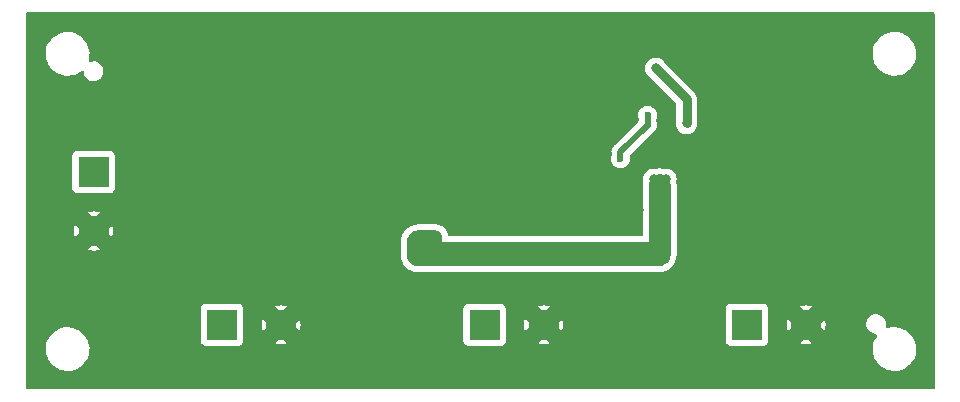
<source format=gbl>
G04 #@! TF.GenerationSoftware,KiCad,Pcbnew,7.0.8*
G04 #@! TF.CreationDate,2023-10-23T09:59:53+02:00*
G04 #@! TF.ProjectId,dual-psu,6475616c-2d70-4737-952e-6b696361645f,rev?*
G04 #@! TF.SameCoordinates,Original*
G04 #@! TF.FileFunction,Copper,L4,Bot*
G04 #@! TF.FilePolarity,Positive*
%FSLAX46Y46*%
G04 Gerber Fmt 4.6, Leading zero omitted, Abs format (unit mm)*
G04 Created by KiCad (PCBNEW 7.0.8) date 2023-10-23 09:59:53*
%MOMM*%
%LPD*%
G01*
G04 APERTURE LIST*
G04 #@! TA.AperFunction,SMDPad,CuDef*
%ADD10R,2.950000X4.500000*%
G04 #@! TD*
G04 #@! TA.AperFunction,ComponentPad*
%ADD11R,2.600000X2.600000*%
G04 #@! TD*
G04 #@! TA.AperFunction,ComponentPad*
%ADD12C,2.600000*%
G04 #@! TD*
G04 #@! TA.AperFunction,ViaPad*
%ADD13C,0.600000*%
G04 #@! TD*
G04 #@! TA.AperFunction,ViaPad*
%ADD14C,0.800000*%
G04 #@! TD*
G04 #@! TA.AperFunction,ViaPad*
%ADD15C,1.000000*%
G04 #@! TD*
G04 #@! TA.AperFunction,Conductor*
%ADD16C,0.750000*%
G04 #@! TD*
G04 #@! TA.AperFunction,Conductor*
%ADD17C,0.500000*%
G04 #@! TD*
G04 APERTURE END LIST*
D10*
X47583600Y-20131400D03*
D11*
X24765000Y-28556000D03*
D12*
X24765000Y-33556000D03*
D11*
X80090000Y-41506000D03*
D12*
X85090000Y-41506000D03*
D11*
X35640000Y-41506000D03*
D12*
X40640000Y-41506000D03*
D11*
X57865000Y-41506000D03*
D12*
X62865000Y-41506000D03*
D13*
X67765000Y-24206000D03*
X67765000Y-23356000D03*
X68615000Y-23356000D03*
X69465000Y-23356000D03*
X69465000Y-24206000D03*
X69465000Y-25056000D03*
X68615000Y-25056000D03*
X67765000Y-25056000D03*
D14*
X56715000Y-25506000D03*
X56890000Y-24206000D03*
X60190000Y-22956000D03*
X63640000Y-21781000D03*
X62590000Y-19356000D03*
X66590000Y-17331000D03*
X78815000Y-27356000D03*
X80790000Y-27881000D03*
X80940000Y-25156000D03*
X80940000Y-24256000D03*
X77515000Y-24256000D03*
X77515000Y-25156000D03*
X68715000Y-32906000D03*
X68815000Y-31756000D03*
X52340000Y-43181000D03*
X72590000Y-43381000D03*
X30090000Y-43331000D03*
X29765000Y-16256000D03*
X32265000Y-16256000D03*
X34765000Y-16256000D03*
X37265000Y-16256000D03*
X59765000Y-16256000D03*
X62265000Y-16256000D03*
X64765000Y-16256000D03*
X67265000Y-16256000D03*
X69765000Y-16256000D03*
X72265000Y-16256000D03*
X74765000Y-16256000D03*
X77265000Y-16256000D03*
X79765000Y-16256000D03*
X82265000Y-16256000D03*
X84765000Y-16256000D03*
X87265000Y-16256000D03*
X89765000Y-16256000D03*
X24765000Y-16256000D03*
X20265000Y-26756000D03*
X20265000Y-41756000D03*
X20265000Y-39256000D03*
X20265000Y-36756000D03*
X20265000Y-34256000D03*
X20265000Y-29256000D03*
X20265000Y-24256000D03*
X20265000Y-21756000D03*
X32265000Y-45756000D03*
X34765000Y-45756000D03*
X52265000Y-45756000D03*
X72265000Y-45756000D03*
X82265000Y-45756000D03*
X39765000Y-45756000D03*
X42265000Y-45756000D03*
X64765000Y-45756000D03*
X59765000Y-45756000D03*
X47265000Y-45756000D03*
X49765000Y-45756000D03*
X54765000Y-45756000D03*
X67265000Y-45756000D03*
X27265000Y-45756000D03*
X74765000Y-45756000D03*
X37265000Y-45756000D03*
X44765000Y-45756000D03*
X69765000Y-45756000D03*
X57265000Y-45756000D03*
X87265000Y-45756000D03*
X62265000Y-45756000D03*
X79765000Y-45756000D03*
X84765000Y-45756000D03*
X89765000Y-45756000D03*
X77265000Y-45756000D03*
X29765000Y-45756000D03*
X94765000Y-21756000D03*
X94765000Y-31756000D03*
X94765000Y-24256000D03*
X94765000Y-29256000D03*
X94765000Y-34256000D03*
X94765000Y-26756000D03*
X94765000Y-39256000D03*
X94765000Y-36756000D03*
X94765000Y-41756000D03*
X66915000Y-28706000D03*
X68015000Y-28706000D03*
X66915000Y-29756000D03*
X68015000Y-29756000D03*
X66915000Y-30806000D03*
X68015000Y-30806000D03*
X29765000Y-19256000D03*
X29765000Y-21756000D03*
X29765000Y-24256000D03*
X27265000Y-24256000D03*
X24765000Y-24256000D03*
X27265000Y-21756000D03*
X27265000Y-19256000D03*
X24765000Y-21756000D03*
X24765000Y-36756000D03*
X24765000Y-39256000D03*
X32265000Y-31756000D03*
X57265000Y-19256000D03*
X59765000Y-19256000D03*
X59765000Y-21756000D03*
X57265000Y-21756000D03*
X84765000Y-19256000D03*
X87265000Y-19256000D03*
X82265000Y-26756000D03*
X92265000Y-34256000D03*
X87265000Y-34256000D03*
X84765000Y-34256000D03*
X84765000Y-36756000D03*
X89765000Y-34256000D03*
X89765000Y-36756000D03*
X87265000Y-36756000D03*
X92265000Y-36756000D03*
X92265000Y-39256000D03*
X89765000Y-39256000D03*
X69765000Y-41756000D03*
X32265000Y-36756000D03*
X89765000Y-19256000D03*
X84765000Y-26756000D03*
X92265000Y-26756000D03*
X84765000Y-29256000D03*
X87265000Y-21756000D03*
X89765000Y-21756000D03*
X92265000Y-21756000D03*
X92265000Y-31756000D03*
X39765000Y-16256000D03*
X57265000Y-16256000D03*
X54765000Y-16256000D03*
X43815000Y-19506000D03*
X41465000Y-19806000D03*
X41465000Y-17706000D03*
X42765000Y-18756000D03*
X46565000Y-18306000D03*
X48665000Y-18306000D03*
X46565000Y-19506000D03*
X48665000Y-19506000D03*
X48665000Y-20806000D03*
X46565000Y-20806000D03*
X46565000Y-22056000D03*
X48665000Y-22056000D03*
X48865000Y-16606000D03*
X50015000Y-16606000D03*
X38315000Y-28306000D03*
X35815000Y-28306000D03*
X37065000Y-26106000D03*
X37065000Y-30506000D03*
X36165000Y-24356000D03*
X37965000Y-24356000D03*
X37065000Y-22456000D03*
X56715000Y-26706000D03*
X70915000Y-31756000D03*
X46415000Y-44056000D03*
X48115000Y-44056000D03*
X67265000Y-39256000D03*
X69765000Y-43706000D03*
X69765000Y-39256000D03*
X60815000Y-39256000D03*
X64915000Y-39256000D03*
X76265000Y-39256000D03*
X77665000Y-36106000D03*
X77665000Y-34256000D03*
X22465000Y-24256000D03*
X22465000Y-21756000D03*
X22465000Y-36756000D03*
X22465000Y-39256000D03*
X24765000Y-41756000D03*
X77665000Y-30906000D03*
X35865000Y-21556000D03*
X33515000Y-20756000D03*
X82823000Y-21862000D03*
X82315000Y-31768000D03*
X82315000Y-29228000D03*
X84855000Y-21862000D03*
X92221000Y-29228000D03*
X82315000Y-18560000D03*
X89935000Y-29228000D03*
X27265000Y-16256000D03*
X87395000Y-24148000D03*
X89935000Y-31768000D03*
X89935000Y-26688000D03*
X84855000Y-24148000D03*
X87395000Y-31768000D03*
X82823000Y-24148000D03*
D13*
X68615000Y-24206000D03*
D14*
X92221000Y-24148000D03*
X89935000Y-24148000D03*
X87395000Y-26688000D03*
X82315000Y-34308000D03*
X87395000Y-29228000D03*
X84855000Y-31768000D03*
X24765000Y-45756000D03*
X74965000Y-24456000D03*
X72365000Y-19793500D03*
D15*
X52015000Y-34256000D03*
D14*
X73215000Y-30206000D03*
X72190000Y-30206000D03*
D15*
X53515000Y-34256000D03*
D14*
X72190000Y-29181000D03*
D15*
X52015000Y-35756000D03*
D14*
X73215000Y-29181000D03*
D15*
X53515000Y-35756000D03*
D13*
X71665000Y-24556000D03*
X71665000Y-23756000D03*
X69365000Y-27456000D03*
D16*
X74965000Y-22393500D02*
X72365000Y-19793500D01*
X74965000Y-24456000D02*
X74965000Y-22393500D01*
D17*
X69365000Y-27456000D02*
X69365000Y-26856000D01*
X71665000Y-24556000D02*
X71665000Y-23756000D01*
X69365000Y-26856000D02*
X71665000Y-24556000D01*
G04 #@! TA.AperFunction,Conductor*
G36*
X72858109Y-28772557D02*
G01*
X72882326Y-28777373D01*
X73032106Y-28822808D01*
X73054925Y-28832261D01*
X73192958Y-28906041D01*
X73213490Y-28919759D01*
X73334482Y-29019054D01*
X73351945Y-29036517D01*
X73451238Y-29157507D01*
X73464958Y-29178041D01*
X73538738Y-29316074D01*
X73548191Y-29338894D01*
X73593624Y-29488667D01*
X73598442Y-29512892D01*
X73614696Y-29677915D01*
X73615000Y-29684094D01*
X73615000Y-35552905D01*
X73614696Y-35559084D01*
X73597001Y-35738738D01*
X73592183Y-35762962D01*
X73542482Y-35926808D01*
X73533029Y-35949629D01*
X73452318Y-36100627D01*
X73438595Y-36121165D01*
X73329979Y-36253514D01*
X73312514Y-36270979D01*
X73180165Y-36379595D01*
X73159627Y-36393318D01*
X73008629Y-36474029D01*
X72985808Y-36483482D01*
X72821962Y-36533183D01*
X72797738Y-36538001D01*
X72618085Y-36555696D01*
X72611906Y-36556000D01*
X52268094Y-36556000D01*
X52261915Y-36555696D01*
X52082261Y-36538001D01*
X52058037Y-36533183D01*
X51894191Y-36483482D01*
X51871372Y-36474030D01*
X51823011Y-36448180D01*
X51720372Y-36393318D01*
X51699834Y-36379595D01*
X51567485Y-36270979D01*
X51550020Y-36253514D01*
X51441404Y-36121165D01*
X51427681Y-36100627D01*
X51414064Y-36075153D01*
X51346967Y-35949622D01*
X51337520Y-35926815D01*
X51287815Y-35762959D01*
X51282998Y-35738737D01*
X51265304Y-35559084D01*
X51265000Y-35552905D01*
X51265000Y-34509094D01*
X51265304Y-34502915D01*
X51282998Y-34323262D01*
X51287814Y-34299042D01*
X51337521Y-34135181D01*
X51346965Y-34112380D01*
X51427682Y-33961369D01*
X51441398Y-33940842D01*
X51550025Y-33808479D01*
X51567479Y-33791025D01*
X51699842Y-33682398D01*
X51720369Y-33668682D01*
X51871380Y-33587965D01*
X51894181Y-33578521D01*
X52058042Y-33528814D01*
X52082257Y-33523998D01*
X52214385Y-33510985D01*
X52261915Y-33506304D01*
X52268094Y-33506000D01*
X53760867Y-33506000D01*
X53769090Y-33506538D01*
X53877964Y-33520871D01*
X53909731Y-33529383D01*
X53999675Y-33566639D01*
X54028160Y-33583085D01*
X54105393Y-33642349D01*
X54128650Y-33665606D01*
X54187914Y-33742839D01*
X54204361Y-33771326D01*
X54241615Y-33861265D01*
X54250128Y-33893037D01*
X54265000Y-34006000D01*
X54265000Y-34506000D01*
X70764991Y-34506000D01*
X70765000Y-34506000D01*
X71765000Y-34506000D01*
X71765000Y-32074005D01*
X71771167Y-32035068D01*
X71800674Y-31944255D01*
X71820460Y-31756000D01*
X71800674Y-31567744D01*
X71771167Y-31476930D01*
X71765000Y-31437994D01*
X71765000Y-29684094D01*
X71765304Y-29677915D01*
X71781557Y-29512893D01*
X71781558Y-29512892D01*
X71781557Y-29512888D01*
X71786373Y-29488675D01*
X71831809Y-29338889D01*
X71841261Y-29316074D01*
X71858833Y-29283197D01*
X71915044Y-29178035D01*
X71928756Y-29157513D01*
X72028059Y-29036511D01*
X72045511Y-29019059D01*
X72166513Y-28919756D01*
X72187035Y-28906044D01*
X72325074Y-28832261D01*
X72347889Y-28822809D01*
X72497675Y-28777373D01*
X72521888Y-28772557D01*
X72677654Y-28757216D01*
X72702346Y-28757216D01*
X72858109Y-28772557D01*
G37*
G04 #@! TD.AperFunction*
G04 #@! TA.AperFunction,Conductor*
G36*
X95900000Y-15045462D02*
G01*
X95954538Y-15100000D01*
X95974500Y-15174500D01*
X95974500Y-46825500D01*
X95954538Y-46900000D01*
X95900000Y-46954538D01*
X95825500Y-46974500D01*
X19174500Y-46974500D01*
X19100000Y-46954538D01*
X19045462Y-46900000D01*
X19025500Y-46825500D01*
X19025500Y-43623773D01*
X20710788Y-43623773D01*
X20740412Y-43893005D01*
X20740414Y-43893018D01*
X20808928Y-44155088D01*
X20862722Y-44281675D01*
X20914870Y-44404390D01*
X20914875Y-44404399D01*
X21055981Y-44635610D01*
X21055984Y-44635614D01*
X21229247Y-44843812D01*
X21229259Y-44843824D01*
X21430990Y-45024575D01*
X21430999Y-45024583D01*
X21543954Y-45099313D01*
X21656910Y-45174044D01*
X21902176Y-45289020D01*
X22161569Y-45367060D01*
X22429561Y-45406500D01*
X22429568Y-45406500D01*
X22632629Y-45406500D01*
X22632631Y-45406500D01*
X22835156Y-45391677D01*
X23099553Y-45332780D01*
X23352558Y-45236014D01*
X23588777Y-45103441D01*
X23803177Y-44937888D01*
X23991186Y-44742881D01*
X24148799Y-44522579D01*
X24272656Y-44281675D01*
X24360118Y-44025305D01*
X24409319Y-43758933D01*
X24419212Y-43488235D01*
X24389586Y-43218982D01*
X24321072Y-42956912D01*
X24277281Y-42853863D01*
X33839500Y-42853863D01*
X33839502Y-42853888D01*
X33845908Y-42913478D01*
X33845909Y-42913484D01*
X33896202Y-43048329D01*
X33896204Y-43048333D01*
X33982452Y-43163544D01*
X33982455Y-43163547D01*
X34097666Y-43249795D01*
X34097670Y-43249797D01*
X34232517Y-43300091D01*
X34292114Y-43306499D01*
X34292118Y-43306499D01*
X34292127Y-43306500D01*
X36987872Y-43306499D01*
X37047483Y-43300091D01*
X37143447Y-43264298D01*
X37182329Y-43249797D01*
X37182333Y-43249795D01*
X37239938Y-43206671D01*
X37297546Y-43163546D01*
X37360017Y-43080096D01*
X37360451Y-43079516D01*
X40127143Y-43079516D01*
X40128544Y-43080095D01*
X40381077Y-43140723D01*
X40640000Y-43161101D01*
X40898922Y-43140723D01*
X41151452Y-43080096D01*
X41151457Y-43080095D01*
X41152854Y-43079516D01*
X40927202Y-42853863D01*
X56064500Y-42853863D01*
X56064502Y-42853888D01*
X56070908Y-42913478D01*
X56070909Y-42913484D01*
X56121202Y-43048329D01*
X56121204Y-43048333D01*
X56207452Y-43163544D01*
X56207455Y-43163547D01*
X56322666Y-43249795D01*
X56322670Y-43249797D01*
X56457517Y-43300091D01*
X56517114Y-43306499D01*
X56517118Y-43306499D01*
X56517127Y-43306500D01*
X59212872Y-43306499D01*
X59272483Y-43300091D01*
X59368447Y-43264298D01*
X59407329Y-43249797D01*
X59407333Y-43249795D01*
X59464938Y-43206671D01*
X59522546Y-43163546D01*
X59585017Y-43080096D01*
X59585451Y-43079516D01*
X62352143Y-43079516D01*
X62353544Y-43080095D01*
X62606077Y-43140723D01*
X62865000Y-43161101D01*
X63123922Y-43140723D01*
X63376452Y-43080096D01*
X63376457Y-43080095D01*
X63377854Y-43079516D01*
X63152202Y-42853863D01*
X78289500Y-42853863D01*
X78289502Y-42853888D01*
X78295908Y-42913478D01*
X78295909Y-42913484D01*
X78346202Y-43048329D01*
X78346204Y-43048333D01*
X78432452Y-43163544D01*
X78432455Y-43163547D01*
X78547666Y-43249795D01*
X78547670Y-43249797D01*
X78682517Y-43300091D01*
X78742114Y-43306499D01*
X78742118Y-43306499D01*
X78742127Y-43306500D01*
X81437872Y-43306499D01*
X81497483Y-43300091D01*
X81593447Y-43264298D01*
X81632329Y-43249797D01*
X81632333Y-43249795D01*
X81689938Y-43206671D01*
X81747546Y-43163546D01*
X81810017Y-43080096D01*
X81810451Y-43079516D01*
X84577143Y-43079516D01*
X84578544Y-43080095D01*
X84831077Y-43140723D01*
X85090000Y-43161101D01*
X85348922Y-43140723D01*
X85601452Y-43080096D01*
X85601457Y-43080095D01*
X85602854Y-43079516D01*
X85090000Y-42566660D01*
X84577143Y-43079516D01*
X81810451Y-43079516D01*
X81833795Y-43048333D01*
X81833797Y-43048329D01*
X81867893Y-42956912D01*
X81884091Y-42913483D01*
X81885823Y-42897370D01*
X81890499Y-42853885D01*
X81890499Y-42853882D01*
X81890500Y-42853873D01*
X81890499Y-41506000D01*
X83434898Y-41506000D01*
X83455276Y-41764922D01*
X83515903Y-42017453D01*
X83515906Y-42017462D01*
X83516482Y-42018854D01*
X83516483Y-42018854D01*
X84029338Y-41505999D01*
X83988201Y-41464862D01*
X84436127Y-41464862D01*
X84446439Y-41628766D01*
X84497188Y-41784956D01*
X84585186Y-41923619D01*
X84704903Y-42036040D01*
X84848817Y-42115158D01*
X85007886Y-42156000D01*
X85130894Y-42156000D01*
X85252933Y-42140583D01*
X85405629Y-42080126D01*
X85538492Y-41983595D01*
X85643175Y-41857055D01*
X85713100Y-41708457D01*
X85743873Y-41547138D01*
X85741285Y-41505999D01*
X86150660Y-41505999D01*
X86663516Y-42018854D01*
X86664095Y-42017457D01*
X86664096Y-42017452D01*
X86724723Y-41764922D01*
X86745101Y-41506000D01*
X86735656Y-41385991D01*
X90184844Y-41385991D01*
X90194577Y-41565495D01*
X90194577Y-41565499D01*
X90194578Y-41565501D01*
X90218988Y-41653416D01*
X90242672Y-41738720D01*
X90242672Y-41738721D01*
X90326881Y-41897556D01*
X90326882Y-41897558D01*
X90429912Y-42018854D01*
X90443265Y-42034574D01*
X90586382Y-42143369D01*
X90749541Y-42218854D01*
X90925113Y-42257500D01*
X90925118Y-42257500D01*
X90928863Y-42257500D01*
X90931421Y-42258185D01*
X90933145Y-42258373D01*
X90933116Y-42258639D01*
X91003363Y-42277462D01*
X91057901Y-42332000D01*
X91077863Y-42406500D01*
X91057901Y-42481000D01*
X91050043Y-42493197D01*
X90981201Y-42589419D01*
X90857344Y-42830324D01*
X90857344Y-42830325D01*
X90769886Y-43086680D01*
X90769880Y-43086703D01*
X90720681Y-43353060D01*
X90710788Y-43623773D01*
X90740412Y-43893005D01*
X90740414Y-43893018D01*
X90808928Y-44155088D01*
X90862722Y-44281675D01*
X90914870Y-44404390D01*
X90914875Y-44404399D01*
X91055981Y-44635610D01*
X91055984Y-44635614D01*
X91229247Y-44843812D01*
X91229259Y-44843824D01*
X91430990Y-45024575D01*
X91430999Y-45024583D01*
X91543954Y-45099313D01*
X91656910Y-45174044D01*
X91902176Y-45289020D01*
X92161569Y-45367060D01*
X92429561Y-45406500D01*
X92429568Y-45406500D01*
X92632629Y-45406500D01*
X92632631Y-45406500D01*
X92835156Y-45391677D01*
X93099553Y-45332780D01*
X93352558Y-45236014D01*
X93588777Y-45103441D01*
X93803177Y-44937888D01*
X93991186Y-44742881D01*
X94148799Y-44522579D01*
X94272656Y-44281675D01*
X94360118Y-44025305D01*
X94409319Y-43758933D01*
X94419212Y-43488235D01*
X94389586Y-43218982D01*
X94321072Y-42956912D01*
X94215130Y-42707610D01*
X94142999Y-42589419D01*
X94074018Y-42476389D01*
X94074015Y-42476385D01*
X93900752Y-42268187D01*
X93900740Y-42268175D01*
X93699009Y-42087424D01*
X93699000Y-42087416D01*
X93473090Y-41937956D01*
X93227825Y-41822980D01*
X93082369Y-41779219D01*
X92968431Y-41744940D01*
X92968427Y-41744939D01*
X92968426Y-41744939D01*
X92700446Y-41705501D01*
X92700445Y-41705500D01*
X92700439Y-41705500D01*
X92497369Y-41705500D01*
X92294844Y-41720323D01*
X92294836Y-41720324D01*
X92030449Y-41779219D01*
X92030439Y-41779222D01*
X92021937Y-41782474D01*
X91945221Y-41790439D01*
X91874801Y-41758979D01*
X91829545Y-41696524D01*
X91821580Y-41619808D01*
X91821587Y-41619760D01*
X91845155Y-41476010D01*
X91835422Y-41296499D01*
X91787327Y-41123277D01*
X91703119Y-40964444D01*
X91703117Y-40964442D01*
X91703117Y-40964441D01*
X91586737Y-40827428D01*
X91586736Y-40827427D01*
X91586735Y-40827426D01*
X91510068Y-40769145D01*
X91443620Y-40718632D01*
X91443616Y-40718630D01*
X91280459Y-40643146D01*
X91104887Y-40604500D01*
X90970184Y-40604500D01*
X90970183Y-40604500D01*
X90836275Y-40619063D01*
X90836273Y-40619064D01*
X90665916Y-40676463D01*
X90665909Y-40676467D01*
X90511878Y-40769145D01*
X90450349Y-40827428D01*
X90381358Y-40892780D01*
X90280471Y-41041577D01*
X90280469Y-41041579D01*
X90280469Y-41041581D01*
X90213930Y-41208583D01*
X90184845Y-41385990D01*
X90184844Y-41385991D01*
X86735656Y-41385991D01*
X86724723Y-41247077D01*
X86664095Y-40994544D01*
X86663515Y-40993143D01*
X86150660Y-41505999D01*
X85741285Y-41505999D01*
X85733561Y-41383234D01*
X85682812Y-41227044D01*
X85594814Y-41088381D01*
X85475097Y-40975960D01*
X85331183Y-40896842D01*
X85172114Y-40856000D01*
X85049106Y-40856000D01*
X84927067Y-40871417D01*
X84774371Y-40931874D01*
X84641508Y-41028405D01*
X84536825Y-41154945D01*
X84466900Y-41303543D01*
X84436127Y-41464862D01*
X83988201Y-41464862D01*
X83516483Y-40993144D01*
X83515901Y-40994553D01*
X83455276Y-41247077D01*
X83434898Y-41506000D01*
X81890499Y-41506000D01*
X81890499Y-40158128D01*
X81884091Y-40098517D01*
X81869588Y-40059633D01*
X81833797Y-39963670D01*
X81833795Y-39963666D01*
X81810451Y-39932483D01*
X84577144Y-39932483D01*
X85089999Y-40445338D01*
X85602854Y-39932483D01*
X85602854Y-39932482D01*
X85601462Y-39931906D01*
X85601453Y-39931903D01*
X85348922Y-39871276D01*
X85090000Y-39850898D01*
X84831077Y-39871276D01*
X84578553Y-39931901D01*
X84577144Y-39932483D01*
X81810451Y-39932483D01*
X81747547Y-39848455D01*
X81747544Y-39848452D01*
X81632333Y-39762204D01*
X81632329Y-39762202D01*
X81497482Y-39711908D01*
X81437876Y-39705500D01*
X78742136Y-39705500D01*
X78742111Y-39705502D01*
X78682521Y-39711908D01*
X78682515Y-39711909D01*
X78547670Y-39762202D01*
X78547666Y-39762204D01*
X78432455Y-39848452D01*
X78432452Y-39848455D01*
X78346204Y-39963666D01*
X78346202Y-39963670D01*
X78295908Y-40098517D01*
X78289500Y-40158114D01*
X78289500Y-42853863D01*
X63152202Y-42853863D01*
X62865000Y-42566660D01*
X62352143Y-43079516D01*
X59585451Y-43079516D01*
X59608795Y-43048333D01*
X59608797Y-43048329D01*
X59642893Y-42956912D01*
X59659091Y-42913483D01*
X59660823Y-42897370D01*
X59665499Y-42853885D01*
X59665499Y-42853882D01*
X59665500Y-42853873D01*
X59665499Y-41506000D01*
X61209898Y-41506000D01*
X61230276Y-41764922D01*
X61290903Y-42017453D01*
X61290906Y-42017462D01*
X61291482Y-42018854D01*
X61291483Y-42018854D01*
X61804338Y-41505999D01*
X61763201Y-41464862D01*
X62211127Y-41464862D01*
X62221439Y-41628766D01*
X62272188Y-41784956D01*
X62360186Y-41923619D01*
X62479903Y-42036040D01*
X62623817Y-42115158D01*
X62782886Y-42156000D01*
X62905894Y-42156000D01*
X63027933Y-42140583D01*
X63180629Y-42080126D01*
X63313492Y-41983595D01*
X63418175Y-41857055D01*
X63488100Y-41708457D01*
X63518873Y-41547138D01*
X63516285Y-41505999D01*
X63925660Y-41505999D01*
X64438516Y-42018854D01*
X64439095Y-42017457D01*
X64439096Y-42017452D01*
X64499723Y-41764922D01*
X64520101Y-41506000D01*
X64499723Y-41247077D01*
X64439095Y-40994544D01*
X64438515Y-40993143D01*
X63925660Y-41505999D01*
X63516285Y-41505999D01*
X63508561Y-41383234D01*
X63457812Y-41227044D01*
X63369814Y-41088381D01*
X63250097Y-40975960D01*
X63106183Y-40896842D01*
X62947114Y-40856000D01*
X62824106Y-40856000D01*
X62702067Y-40871417D01*
X62549371Y-40931874D01*
X62416508Y-41028405D01*
X62311825Y-41154945D01*
X62241900Y-41303543D01*
X62211127Y-41464862D01*
X61763201Y-41464862D01*
X61291483Y-40993144D01*
X61290901Y-40994553D01*
X61230276Y-41247077D01*
X61209898Y-41506000D01*
X59665499Y-41506000D01*
X59665499Y-40158128D01*
X59659091Y-40098517D01*
X59644588Y-40059633D01*
X59608797Y-39963670D01*
X59608795Y-39963666D01*
X59585451Y-39932483D01*
X62352144Y-39932483D01*
X62864999Y-40445338D01*
X63377854Y-39932483D01*
X63377854Y-39932482D01*
X63376462Y-39931906D01*
X63376453Y-39931903D01*
X63123922Y-39871276D01*
X62865000Y-39850898D01*
X62606077Y-39871276D01*
X62353553Y-39931901D01*
X62352144Y-39932483D01*
X59585451Y-39932483D01*
X59522547Y-39848455D01*
X59522544Y-39848452D01*
X59407333Y-39762204D01*
X59407329Y-39762202D01*
X59272482Y-39711908D01*
X59212876Y-39705500D01*
X56517136Y-39705500D01*
X56517111Y-39705502D01*
X56457521Y-39711908D01*
X56457515Y-39711909D01*
X56322670Y-39762202D01*
X56322666Y-39762204D01*
X56207455Y-39848452D01*
X56207452Y-39848455D01*
X56121204Y-39963666D01*
X56121202Y-39963670D01*
X56070908Y-40098517D01*
X56064500Y-40158114D01*
X56064500Y-42853863D01*
X40927202Y-42853863D01*
X40640000Y-42566660D01*
X40127143Y-43079516D01*
X37360451Y-43079516D01*
X37383795Y-43048333D01*
X37383797Y-43048329D01*
X37417893Y-42956912D01*
X37434091Y-42913483D01*
X37435823Y-42897370D01*
X37440499Y-42853885D01*
X37440499Y-42853882D01*
X37440500Y-42853873D01*
X37440499Y-41506000D01*
X38984898Y-41506000D01*
X39005276Y-41764922D01*
X39065903Y-42017453D01*
X39065906Y-42017462D01*
X39066482Y-42018854D01*
X39066483Y-42018854D01*
X39579338Y-41505999D01*
X39538201Y-41464862D01*
X39986127Y-41464862D01*
X39996439Y-41628766D01*
X40047188Y-41784956D01*
X40135186Y-41923619D01*
X40254903Y-42036040D01*
X40398817Y-42115158D01*
X40557886Y-42156000D01*
X40680894Y-42156000D01*
X40802933Y-42140583D01*
X40955629Y-42080126D01*
X41088492Y-41983595D01*
X41193175Y-41857055D01*
X41263100Y-41708457D01*
X41293873Y-41547138D01*
X41291285Y-41505999D01*
X41700660Y-41505999D01*
X42213516Y-42018854D01*
X42214095Y-42017457D01*
X42214096Y-42017452D01*
X42274723Y-41764922D01*
X42295101Y-41506000D01*
X42274723Y-41247077D01*
X42214095Y-40994544D01*
X42213515Y-40993143D01*
X41700660Y-41505999D01*
X41291285Y-41505999D01*
X41283561Y-41383234D01*
X41232812Y-41227044D01*
X41144814Y-41088381D01*
X41025097Y-40975960D01*
X40881183Y-40896842D01*
X40722114Y-40856000D01*
X40599106Y-40856000D01*
X40477067Y-40871417D01*
X40324371Y-40931874D01*
X40191508Y-41028405D01*
X40086825Y-41154945D01*
X40016900Y-41303543D01*
X39986127Y-41464862D01*
X39538201Y-41464862D01*
X39066483Y-40993144D01*
X39065901Y-40994553D01*
X39005276Y-41247077D01*
X38984898Y-41506000D01*
X37440499Y-41506000D01*
X37440499Y-40158128D01*
X37434091Y-40098517D01*
X37419588Y-40059633D01*
X37383797Y-39963670D01*
X37383795Y-39963666D01*
X37360451Y-39932483D01*
X40127144Y-39932483D01*
X40639999Y-40445338D01*
X41152854Y-39932483D01*
X41152854Y-39932482D01*
X41151462Y-39931906D01*
X41151453Y-39931903D01*
X40898922Y-39871276D01*
X40640000Y-39850898D01*
X40381077Y-39871276D01*
X40128553Y-39931901D01*
X40127144Y-39932483D01*
X37360451Y-39932483D01*
X37297547Y-39848455D01*
X37297544Y-39848452D01*
X37182333Y-39762204D01*
X37182329Y-39762202D01*
X37047482Y-39711908D01*
X36987876Y-39705500D01*
X34292136Y-39705500D01*
X34292111Y-39705502D01*
X34232521Y-39711908D01*
X34232515Y-39711909D01*
X34097670Y-39762202D01*
X34097666Y-39762204D01*
X33982455Y-39848452D01*
X33982452Y-39848455D01*
X33896204Y-39963666D01*
X33896202Y-39963670D01*
X33845908Y-40098517D01*
X33839500Y-40158114D01*
X33839500Y-42853863D01*
X24277281Y-42853863D01*
X24215130Y-42707610D01*
X24142999Y-42589419D01*
X24074018Y-42476389D01*
X24074015Y-42476385D01*
X23900752Y-42268187D01*
X23900740Y-42268175D01*
X23699009Y-42087424D01*
X23699000Y-42087416D01*
X23473090Y-41937956D01*
X23227825Y-41822980D01*
X23082369Y-41779219D01*
X22968431Y-41744940D01*
X22968427Y-41744939D01*
X22968426Y-41744939D01*
X22700446Y-41705501D01*
X22700445Y-41705500D01*
X22700439Y-41705500D01*
X22497369Y-41705500D01*
X22294844Y-41720323D01*
X22294836Y-41720324D01*
X22030449Y-41779219D01*
X22030439Y-41779222D01*
X21777440Y-41875986D01*
X21777438Y-41875987D01*
X21541224Y-42008558D01*
X21541217Y-42008562D01*
X21326830Y-42174105D01*
X21326826Y-42174108D01*
X21138810Y-42369123D01*
X20981201Y-42589419D01*
X20857344Y-42830324D01*
X20857344Y-42830325D01*
X20769886Y-43086680D01*
X20769880Y-43086703D01*
X20720681Y-43353060D01*
X20710788Y-43623773D01*
X19025500Y-43623773D01*
X19025500Y-35559118D01*
X50759500Y-35559118D01*
X50759805Y-35571540D01*
X50760719Y-35590111D01*
X50761631Y-35602466D01*
X50781148Y-35800628D01*
X50784787Y-35825168D01*
X50789616Y-35849450D01*
X50794444Y-35873729D01*
X50800479Y-35897821D01*
X50857389Y-36085429D01*
X50865751Y-36108801D01*
X50865751Y-36108799D01*
X50884695Y-36154534D01*
X50895306Y-36176969D01*
X50895310Y-36176976D01*
X50895310Y-36176977D01*
X50920381Y-36223881D01*
X50987718Y-36349858D01*
X51000471Y-36371137D01*
X51027985Y-36412317D01*
X51027985Y-36412316D01*
X51042767Y-36432248D01*
X51042767Y-36432247D01*
X51042775Y-36432258D01*
X51167136Y-36583792D01*
X51183803Y-36602182D01*
X51218817Y-36637196D01*
X51237207Y-36653863D01*
X51388741Y-36778224D01*
X51388752Y-36778232D01*
X51388751Y-36778232D01*
X51403132Y-36788897D01*
X51408676Y-36793009D01*
X51408679Y-36793011D01*
X51408678Y-36793011D01*
X51449838Y-36820513D01*
X51449843Y-36820516D01*
X51449849Y-36820520D01*
X51471136Y-36833279D01*
X51597111Y-36900615D01*
X51644015Y-36925686D01*
X51644016Y-36925686D01*
X51644023Y-36925690D01*
X51666460Y-36936302D01*
X51666462Y-36936303D01*
X51712206Y-36955251D01*
X51712205Y-36955251D01*
X51726116Y-36960228D01*
X51735579Y-36963614D01*
X51735584Y-36963615D01*
X51735591Y-36963618D01*
X51923174Y-37020519D01*
X51947258Y-37026552D01*
X51995820Y-37036210D01*
X52020352Y-37039849D01*
X52020354Y-37039849D01*
X52020365Y-37039851D01*
X52218531Y-37059369D01*
X52230887Y-37060281D01*
X52249459Y-37061195D01*
X52261881Y-37061500D01*
X72618119Y-37061500D01*
X72630541Y-37061195D01*
X72649113Y-37060281D01*
X72661469Y-37059369D01*
X72859634Y-37039851D01*
X72859644Y-37039849D01*
X72859647Y-37039849D01*
X72884179Y-37036210D01*
X72932741Y-37026552D01*
X72956825Y-37020519D01*
X73144421Y-36963614D01*
X73161824Y-36957386D01*
X73167801Y-36955248D01*
X73167798Y-36955249D01*
X73194597Y-36944148D01*
X73213544Y-36936300D01*
X73235979Y-36925689D01*
X73235986Y-36925685D01*
X73235987Y-36925685D01*
X73408848Y-36833287D01*
X73408847Y-36833287D01*
X73408863Y-36833279D01*
X73430150Y-36820520D01*
X73430155Y-36820516D01*
X73430161Y-36820513D01*
X73471321Y-36793011D01*
X73471320Y-36793011D01*
X73471323Y-36793009D01*
X73476866Y-36788897D01*
X73491248Y-36778232D01*
X73491247Y-36778232D01*
X73491258Y-36778224D01*
X73642792Y-36653863D01*
X73661182Y-36637196D01*
X73696196Y-36602182D01*
X73712863Y-36583792D01*
X73837224Y-36432258D01*
X73837232Y-36432247D01*
X73837232Y-36432248D01*
X73852011Y-36412320D01*
X73852011Y-36412321D01*
X73879513Y-36371161D01*
X73879520Y-36371150D01*
X73892279Y-36349863D01*
X73984689Y-36176979D01*
X73995300Y-36154544D01*
X74001369Y-36139891D01*
X74014248Y-36108801D01*
X74016386Y-36102824D01*
X74022614Y-36085421D01*
X74079520Y-35897821D01*
X74085551Y-35873744D01*
X74085554Y-35873732D01*
X74095210Y-35825179D01*
X74095210Y-35825177D01*
X74095212Y-35825168D01*
X74098851Y-35800634D01*
X74118369Y-35602468D01*
X74119281Y-35590112D01*
X74120195Y-35571540D01*
X74120500Y-35559118D01*
X74120500Y-29677881D01*
X74120195Y-29665459D01*
X74119281Y-29646887D01*
X74118369Y-29634531D01*
X74100292Y-29450997D01*
X74097222Y-29430304D01*
X74101674Y-29377452D01*
X74099050Y-29376895D01*
X74100672Y-29369261D01*
X74100674Y-29369256D01*
X74120460Y-29181000D01*
X74100674Y-28992744D01*
X74042179Y-28812716D01*
X73947533Y-28648784D01*
X73947532Y-28648783D01*
X73947530Y-28648779D01*
X73820872Y-28508113D01*
X73667727Y-28396847D01*
X73494805Y-28319857D01*
X73494803Y-28319856D01*
X73374091Y-28294198D01*
X73309648Y-28280500D01*
X73309646Y-28280500D01*
X73120354Y-28280500D01*
X73120350Y-28280500D01*
X73077677Y-28289570D01*
X73010498Y-28288361D01*
X73003846Y-28286695D01*
X72993099Y-28284003D01*
X72993096Y-28284002D01*
X72960878Y-28277595D01*
X72944540Y-28274346D01*
X72920000Y-28270707D01*
X72739543Y-28252934D01*
X72739544Y-28252934D01*
X72733346Y-28252629D01*
X72714755Y-28251716D01*
X72665245Y-28251716D01*
X72640457Y-28252934D01*
X72552820Y-28261565D01*
X72459983Y-28270708D01*
X72459984Y-28270708D01*
X72450837Y-28272065D01*
X72435445Y-28274348D01*
X72386891Y-28284006D01*
X72386882Y-28284008D01*
X72386878Y-28284009D01*
X72386868Y-28284011D01*
X72380956Y-28285491D01*
X72313797Y-28286695D01*
X72284650Y-28280500D01*
X72284646Y-28280500D01*
X72095354Y-28280500D01*
X72095352Y-28280500D01*
X72030909Y-28294198D01*
X71910197Y-28319856D01*
X71910195Y-28319856D01*
X71910194Y-28319857D01*
X71737272Y-28396847D01*
X71584127Y-28508113D01*
X71457469Y-28648779D01*
X71362822Y-28812714D01*
X71362819Y-28812721D01*
X71304325Y-28992745D01*
X71284540Y-29180999D01*
X71298864Y-29317292D01*
X71295217Y-29369062D01*
X71295167Y-29369261D01*
X71293006Y-29377891D01*
X71283348Y-29426445D01*
X71281065Y-29441837D01*
X71279709Y-29450983D01*
X71279707Y-29450994D01*
X71261631Y-29634531D01*
X71261631Y-29634535D01*
X71260719Y-29646890D01*
X71259805Y-29665459D01*
X71259500Y-29677881D01*
X71259500Y-31437991D01*
X71265724Y-31517071D01*
X71271890Y-31556007D01*
X71290409Y-31633142D01*
X71290410Y-31633144D01*
X71298657Y-31658529D01*
X71305132Y-31688992D01*
X71310538Y-31740422D01*
X71310538Y-31771574D01*
X71305132Y-31823006D01*
X71298657Y-31853468D01*
X71290851Y-31877494D01*
X71290408Y-31878860D01*
X71271891Y-31955991D01*
X71271891Y-31955994D01*
X71271890Y-31955994D01*
X71268044Y-31980275D01*
X71267787Y-31981906D01*
X71265724Y-31994930D01*
X71259500Y-32074008D01*
X71259500Y-33851500D01*
X71239538Y-33926000D01*
X71185000Y-33980538D01*
X71110500Y-34000500D01*
X54904807Y-34000500D01*
X54830307Y-33980538D01*
X54775769Y-33926000D01*
X54757082Y-33870949D01*
X54749705Y-33814922D01*
X54749143Y-33810650D01*
X54749083Y-33810353D01*
X54742689Y-33778198D01*
X54737399Y-33758457D01*
X54725608Y-33714450D01*
X54724821Y-33712133D01*
X54724187Y-33710264D01*
X54714969Y-33683108D01*
X54665049Y-33562591D01*
X54650411Y-33532907D01*
X54650408Y-33532901D01*
X54650409Y-33532902D01*
X54617415Y-33475757D01*
X54617414Y-33475756D01*
X54599028Y-33448239D01*
X54599026Y-33448236D01*
X54568259Y-33408140D01*
X54519620Y-33344753D01*
X54497790Y-33319861D01*
X54451138Y-33273209D01*
X54426246Y-33251379D01*
X54322759Y-33171970D01*
X54309096Y-33162841D01*
X54295252Y-33153590D01*
X54295251Y-33153590D01*
X54295244Y-33153585D01*
X54265304Y-33136299D01*
X54238100Y-33120592D01*
X54208412Y-33105951D01*
X54208413Y-33105952D01*
X54208411Y-33105951D01*
X54087889Y-33056029D01*
X54056549Y-33045391D01*
X54056550Y-33045391D01*
X53992824Y-33028315D01*
X53992823Y-33028314D01*
X53960355Y-33021856D01*
X53960356Y-33021856D01*
X53960353Y-33021855D01*
X53960350Y-33021855D01*
X53901098Y-33014054D01*
X53826855Y-33004281D01*
X53823607Y-33003961D01*
X53810361Y-33002657D01*
X53785630Y-33001039D01*
X53769124Y-33000500D01*
X52261881Y-33000500D01*
X52249459Y-33000805D01*
X52230888Y-33001719D01*
X52218534Y-33002631D01*
X52020365Y-33022148D01*
X52020358Y-33022149D01*
X52020356Y-33022149D01*
X51995830Y-33025786D01*
X51947268Y-33035444D01*
X51947269Y-33035444D01*
X51923177Y-33041479D01*
X51910281Y-33045391D01*
X51735569Y-33098389D01*
X51735562Y-33098391D01*
X51735557Y-33098393D01*
X51714435Y-33105951D01*
X51712205Y-33106749D01*
X51666475Y-33125690D01*
X51644035Y-33136303D01*
X51471133Y-33228721D01*
X51471130Y-33228723D01*
X51471131Y-33228722D01*
X51467601Y-33230838D01*
X51449843Y-33241482D01*
X51449842Y-33241483D01*
X51408677Y-33268988D01*
X51408676Y-33268989D01*
X51388758Y-33283761D01*
X51388759Y-33283761D01*
X51388748Y-33283769D01*
X51237201Y-33408140D01*
X51218811Y-33424808D01*
X51183808Y-33459811D01*
X51167140Y-33478201D01*
X51042769Y-33629748D01*
X51042761Y-33629759D01*
X51042761Y-33629758D01*
X51028787Y-33648599D01*
X51027986Y-33649680D01*
X51000482Y-33690843D01*
X50987721Y-33712133D01*
X50895303Y-33885035D01*
X50884690Y-33907475D01*
X50865749Y-33953205D01*
X50865745Y-33953214D01*
X50865745Y-33953216D01*
X50857391Y-33976563D01*
X50857391Y-33976562D01*
X50800476Y-34164184D01*
X50800476Y-34164185D01*
X50794442Y-34188277D01*
X50784786Y-34236840D01*
X50781148Y-34261374D01*
X50761631Y-34459533D01*
X50760719Y-34471888D01*
X50759805Y-34490459D01*
X50759500Y-34502881D01*
X50759500Y-35559118D01*
X19025500Y-35559118D01*
X19025500Y-35129516D01*
X24252143Y-35129516D01*
X24253544Y-35130095D01*
X24506077Y-35190723D01*
X24765000Y-35211101D01*
X25023922Y-35190723D01*
X25276452Y-35130096D01*
X25276457Y-35130095D01*
X25277854Y-35129516D01*
X24765000Y-34616660D01*
X24252143Y-35129516D01*
X19025500Y-35129516D01*
X19025500Y-33556000D01*
X23109898Y-33556000D01*
X23130276Y-33814922D01*
X23190903Y-34067453D01*
X23190906Y-34067462D01*
X23191482Y-34068854D01*
X23191483Y-34068854D01*
X23704338Y-33555999D01*
X23663201Y-33514862D01*
X24111127Y-33514862D01*
X24121439Y-33678766D01*
X24172188Y-33834956D01*
X24260186Y-33973619D01*
X24379903Y-34086040D01*
X24523817Y-34165158D01*
X24682886Y-34206000D01*
X24805894Y-34206000D01*
X24927933Y-34190583D01*
X25080629Y-34130126D01*
X25213492Y-34033595D01*
X25318175Y-33907055D01*
X25388100Y-33758457D01*
X25418873Y-33597138D01*
X25416285Y-33555999D01*
X25825660Y-33555999D01*
X26338516Y-34068854D01*
X26339095Y-34067457D01*
X26339096Y-34067452D01*
X26399723Y-33814922D01*
X26420101Y-33556000D01*
X26399723Y-33297077D01*
X26339095Y-33044544D01*
X26338515Y-33043143D01*
X25825660Y-33555999D01*
X25416285Y-33555999D01*
X25408561Y-33433234D01*
X25357812Y-33277044D01*
X25269814Y-33138381D01*
X25150097Y-33025960D01*
X25006183Y-32946842D01*
X24847114Y-32906000D01*
X24724106Y-32906000D01*
X24602067Y-32921417D01*
X24449371Y-32981874D01*
X24316508Y-33078405D01*
X24211825Y-33204945D01*
X24141900Y-33353543D01*
X24111127Y-33514862D01*
X23663201Y-33514862D01*
X23191483Y-33043144D01*
X23190901Y-33044553D01*
X23130276Y-33297077D01*
X23109898Y-33556000D01*
X19025500Y-33556000D01*
X19025500Y-31982483D01*
X24252144Y-31982483D01*
X24764999Y-32495338D01*
X25277854Y-31982483D01*
X25277854Y-31982482D01*
X25276462Y-31981906D01*
X25276453Y-31981903D01*
X25023922Y-31921276D01*
X24765000Y-31900898D01*
X24506077Y-31921276D01*
X24253553Y-31981901D01*
X24252144Y-31982483D01*
X19025500Y-31982483D01*
X19025500Y-29903863D01*
X22964500Y-29903863D01*
X22964502Y-29903888D01*
X22970908Y-29963478D01*
X22970909Y-29963484D01*
X23021202Y-30098329D01*
X23021204Y-30098333D01*
X23107452Y-30213544D01*
X23107455Y-30213547D01*
X23222666Y-30299795D01*
X23222670Y-30299797D01*
X23357517Y-30350091D01*
X23417114Y-30356499D01*
X23417118Y-30356499D01*
X23417127Y-30356500D01*
X26112872Y-30356499D01*
X26172483Y-30350091D01*
X26268447Y-30314298D01*
X26307329Y-30299797D01*
X26307333Y-30299795D01*
X26364938Y-30256671D01*
X26422546Y-30213546D01*
X26508796Y-30098331D01*
X26559091Y-29963483D01*
X26560823Y-29947370D01*
X26565499Y-29903885D01*
X26565499Y-29903882D01*
X26565500Y-29903873D01*
X26565499Y-27456001D01*
X68559435Y-27456001D01*
X68579631Y-27635252D01*
X68579631Y-27635254D01*
X68579632Y-27635255D01*
X68639211Y-27805522D01*
X68735184Y-27958262D01*
X68862738Y-28085816D01*
X69015478Y-28181789D01*
X69185745Y-28241368D01*
X69275372Y-28251466D01*
X69364999Y-28261565D01*
X69365000Y-28261565D01*
X69365001Y-28261565D01*
X69409813Y-28256515D01*
X69544255Y-28241368D01*
X69714522Y-28181789D01*
X69867262Y-28085816D01*
X69994816Y-27958262D01*
X70090789Y-27805522D01*
X70150368Y-27635255D01*
X70170565Y-27456000D01*
X70150368Y-27276745D01*
X70143768Y-27257885D01*
X70138006Y-27180974D01*
X70171471Y-27111484D01*
X70179036Y-27103330D01*
X71969725Y-25312640D01*
X72010439Y-25283754D01*
X72014510Y-25281793D01*
X72014522Y-25281789D01*
X72167262Y-25185816D01*
X72294816Y-25058262D01*
X72390789Y-24905522D01*
X72450368Y-24735255D01*
X72470565Y-24556000D01*
X72450368Y-24376745D01*
X72441117Y-24350307D01*
X72423861Y-24300990D01*
X72415500Y-24251780D01*
X72415500Y-24060219D01*
X72423861Y-24011009D01*
X72435066Y-23978983D01*
X72450368Y-23935255D01*
X72470565Y-23756000D01*
X72450368Y-23576745D01*
X72390789Y-23406478D01*
X72294816Y-23253738D01*
X72167262Y-23126184D01*
X72014522Y-23030211D01*
X71844255Y-22970632D01*
X71844254Y-22970631D01*
X71844253Y-22970631D01*
X71665001Y-22950435D01*
X71664999Y-22950435D01*
X71485747Y-22970631D01*
X71315477Y-23030211D01*
X71162738Y-23126184D01*
X71035184Y-23253738D01*
X70939211Y-23406477D01*
X70879631Y-23576747D01*
X70859435Y-23755998D01*
X70859435Y-23756001D01*
X70879631Y-23935253D01*
X70879632Y-23935256D01*
X70906139Y-24011009D01*
X70914500Y-24060219D01*
X70914500Y-24183413D01*
X70894538Y-24257913D01*
X70870859Y-24288772D01*
X68880646Y-26278984D01*
X68864269Y-26293137D01*
X68846470Y-26306389D01*
X68813245Y-26345984D01*
X68808862Y-26350768D01*
X68803415Y-26356216D01*
X68803403Y-26356230D01*
X68783059Y-26381959D01*
X68733697Y-26440787D01*
X68728930Y-26448035D01*
X68728684Y-26447873D01*
X68726192Y-26451786D01*
X68726442Y-26451941D01*
X68721890Y-26459320D01*
X68689423Y-26528942D01*
X68654960Y-26597566D01*
X68651992Y-26605720D01*
X68651712Y-26605618D01*
X68650190Y-26609997D01*
X68650472Y-26610091D01*
X68647743Y-26618324D01*
X68641800Y-26647104D01*
X68632207Y-26693565D01*
X68620985Y-26740915D01*
X68614498Y-26768285D01*
X68613492Y-26776899D01*
X68613196Y-26776864D01*
X68612725Y-26781468D01*
X68613023Y-26781494D01*
X68612266Y-26790145D01*
X68614500Y-26866916D01*
X68614500Y-27151780D01*
X68606139Y-27200990D01*
X68579632Y-27276743D01*
X68579631Y-27276746D01*
X68559435Y-27455998D01*
X68559435Y-27456001D01*
X26565499Y-27456001D01*
X26565499Y-27208128D01*
X26559091Y-27148517D01*
X26542233Y-27103317D01*
X26508797Y-27013670D01*
X26508795Y-27013666D01*
X26422547Y-26898455D01*
X26422544Y-26898452D01*
X26307333Y-26812204D01*
X26307329Y-26812202D01*
X26172482Y-26761908D01*
X26112876Y-26755500D01*
X23417136Y-26755500D01*
X23417111Y-26755502D01*
X23357521Y-26761908D01*
X23357515Y-26761909D01*
X23222670Y-26812202D01*
X23222666Y-26812204D01*
X23107455Y-26898452D01*
X23107452Y-26898455D01*
X23021204Y-27013666D01*
X23021202Y-27013670D01*
X22970908Y-27148517D01*
X22964500Y-27208114D01*
X22964500Y-29903863D01*
X19025500Y-29903863D01*
X19025500Y-18623773D01*
X20710788Y-18623773D01*
X20740411Y-18893000D01*
X20740414Y-18893019D01*
X20770826Y-19009347D01*
X20808928Y-19155088D01*
X20878427Y-19318632D01*
X20914870Y-19404390D01*
X20914875Y-19404399D01*
X21055981Y-19635610D01*
X21055984Y-19635614D01*
X21229247Y-19843812D01*
X21229259Y-19843824D01*
X21430990Y-20024575D01*
X21430999Y-20024583D01*
X21458004Y-20042449D01*
X21656910Y-20174044D01*
X21902176Y-20289020D01*
X22161569Y-20367060D01*
X22429561Y-20406500D01*
X22429568Y-20406500D01*
X22632629Y-20406500D01*
X22632631Y-20406500D01*
X22835156Y-20391677D01*
X23099553Y-20332780D01*
X23352558Y-20236014D01*
X23588777Y-20103441D01*
X23702562Y-20015579D01*
X23773726Y-19985849D01*
X23850224Y-19995683D01*
X23911557Y-20042449D01*
X23941289Y-20113616D01*
X23942405Y-20125444D01*
X23944577Y-20165496D01*
X23944578Y-20165500D01*
X23992672Y-20338720D01*
X23992672Y-20338721D01*
X24076881Y-20497556D01*
X24076882Y-20497558D01*
X24193262Y-20634571D01*
X24193265Y-20634574D01*
X24336382Y-20743369D01*
X24499541Y-20818854D01*
X24675113Y-20857500D01*
X24675118Y-20857500D01*
X24809807Y-20857500D01*
X24809816Y-20857500D01*
X24943721Y-20842937D01*
X25027468Y-20814719D01*
X25114083Y-20785536D01*
X25114090Y-20785532D01*
X25268121Y-20692854D01*
X25268120Y-20692854D01*
X25268126Y-20692851D01*
X25398642Y-20569220D01*
X25499529Y-20420423D01*
X25566070Y-20253416D01*
X25595155Y-20076010D01*
X25585422Y-19896499D01*
X25556824Y-19793500D01*
X71459540Y-19793500D01*
X71479325Y-19981754D01*
X71483851Y-19995683D01*
X71537821Y-20161784D01*
X71580677Y-20236013D01*
X71632469Y-20325720D01*
X71759127Y-20466386D01*
X71759129Y-20466388D01*
X71898165Y-20567403D01*
X71915944Y-20582588D01*
X74045859Y-22712503D01*
X74084423Y-22779298D01*
X74089500Y-22817862D01*
X74089500Y-24212831D01*
X74082208Y-24258873D01*
X74079325Y-24267743D01*
X74059540Y-24456000D01*
X74079325Y-24644254D01*
X74137819Y-24824278D01*
X74137821Y-24824284D01*
X74137822Y-24824285D01*
X74232469Y-24988220D01*
X74359127Y-25128886D01*
X74359129Y-25128888D01*
X74512270Y-25240151D01*
X74685197Y-25317144D01*
X74826315Y-25347139D01*
X74870352Y-25356500D01*
X74870354Y-25356500D01*
X75059648Y-25356500D01*
X75099004Y-25348134D01*
X75244803Y-25317144D01*
X75417730Y-25240151D01*
X75570871Y-25128888D01*
X75643195Y-25048563D01*
X75697530Y-24988220D01*
X75697531Y-24988218D01*
X75697533Y-24988216D01*
X75792179Y-24824284D01*
X75850674Y-24644256D01*
X75870460Y-24456000D01*
X75850674Y-24267744D01*
X75847792Y-24258873D01*
X75840500Y-24212831D01*
X75840500Y-22432100D01*
X75840746Y-22426050D01*
X75845339Y-22369652D01*
X75834085Y-22287059D01*
X75834085Y-22287058D01*
X75825073Y-22204184D01*
X75825071Y-22204177D01*
X75823336Y-22196291D01*
X75823431Y-22196269D01*
X75821677Y-22188782D01*
X75821582Y-22188806D01*
X75819632Y-22180968D01*
X75819631Y-22180966D01*
X75819631Y-22180963D01*
X75790880Y-22102706D01*
X75764267Y-22023720D01*
X75764264Y-22023715D01*
X75760874Y-22016386D01*
X75760962Y-22016345D01*
X75757636Y-22009404D01*
X75757549Y-22009448D01*
X75753962Y-22002216D01*
X75753961Y-22002212D01*
X75709059Y-21931963D01*
X75666089Y-21860546D01*
X75666086Y-21860543D01*
X75666085Y-21860541D01*
X75661199Y-21854113D01*
X75661277Y-21854053D01*
X75656540Y-21847992D01*
X75656463Y-21848055D01*
X75651402Y-21841759D01*
X75651400Y-21841756D01*
X75592447Y-21782803D01*
X75535132Y-21722295D01*
X75528976Y-21717067D01*
X75529039Y-21716992D01*
X75515200Y-21705556D01*
X73147745Y-19338101D01*
X73124065Y-19307240D01*
X73097533Y-19261284D01*
X72970871Y-19120612D01*
X72817730Y-19009349D01*
X72817729Y-19009348D01*
X72817727Y-19009347D01*
X72644805Y-18932357D01*
X72644803Y-18932356D01*
X72538360Y-18909731D01*
X72459648Y-18893000D01*
X72459646Y-18893000D01*
X72270354Y-18893000D01*
X72270352Y-18893000D01*
X72170392Y-18914247D01*
X72085197Y-18932356D01*
X72085195Y-18932356D01*
X72085194Y-18932357D01*
X71912272Y-19009347D01*
X71759127Y-19120613D01*
X71632469Y-19261279D01*
X71537822Y-19425214D01*
X71537819Y-19425221D01*
X71479325Y-19605245D01*
X71459540Y-19793500D01*
X25556824Y-19793500D01*
X25537327Y-19723277D01*
X25453119Y-19564444D01*
X25453117Y-19564442D01*
X25453117Y-19564441D01*
X25336737Y-19427428D01*
X25336736Y-19427427D01*
X25336735Y-19427426D01*
X25260073Y-19369149D01*
X25193620Y-19318632D01*
X25193616Y-19318630D01*
X25030459Y-19243146D01*
X24854887Y-19204500D01*
X24720184Y-19204500D01*
X24720183Y-19204500D01*
X24586277Y-19219063D01*
X24542119Y-19233942D01*
X24465145Y-19238812D01*
X24396048Y-19204542D01*
X24353343Y-19140316D01*
X24348473Y-19063342D01*
X24353526Y-19044629D01*
X24360112Y-19025322D01*
X24360113Y-19025319D01*
X24360118Y-19025305D01*
X24409319Y-18758933D01*
X24414259Y-18623773D01*
X90710788Y-18623773D01*
X90740411Y-18893000D01*
X90740414Y-18893019D01*
X90770826Y-19009347D01*
X90808928Y-19155088D01*
X90878427Y-19318632D01*
X90914870Y-19404390D01*
X90914875Y-19404399D01*
X91055981Y-19635610D01*
X91055984Y-19635614D01*
X91229247Y-19843812D01*
X91229259Y-19843824D01*
X91430990Y-20024575D01*
X91430999Y-20024583D01*
X91458004Y-20042449D01*
X91656910Y-20174044D01*
X91902176Y-20289020D01*
X92161569Y-20367060D01*
X92429561Y-20406500D01*
X92429568Y-20406500D01*
X92632629Y-20406500D01*
X92632631Y-20406500D01*
X92835156Y-20391677D01*
X93099553Y-20332780D01*
X93352558Y-20236014D01*
X93588777Y-20103441D01*
X93803177Y-19937888D01*
X93991186Y-19742881D01*
X94148799Y-19522579D01*
X94272656Y-19281675D01*
X94360118Y-19025305D01*
X94409319Y-18758933D01*
X94419212Y-18488235D01*
X94389586Y-18218982D01*
X94321072Y-17956912D01*
X94215130Y-17707610D01*
X94142999Y-17589419D01*
X94074018Y-17476389D01*
X94074015Y-17476385D01*
X93900752Y-17268187D01*
X93900740Y-17268175D01*
X93699009Y-17087424D01*
X93699000Y-17087416D01*
X93473090Y-16937956D01*
X93227825Y-16822980D01*
X93082369Y-16779219D01*
X92968431Y-16744940D01*
X92968427Y-16744939D01*
X92968426Y-16744939D01*
X92700446Y-16705501D01*
X92700445Y-16705500D01*
X92700439Y-16705500D01*
X92497369Y-16705500D01*
X92294844Y-16720323D01*
X92294836Y-16720324D01*
X92030449Y-16779219D01*
X92030439Y-16779222D01*
X91777440Y-16875986D01*
X91777438Y-16875987D01*
X91541224Y-17008558D01*
X91541217Y-17008562D01*
X91326830Y-17174105D01*
X91326826Y-17174108D01*
X91138810Y-17369123D01*
X90981201Y-17589419D01*
X90857344Y-17830324D01*
X90857344Y-17830325D01*
X90769886Y-18086680D01*
X90769880Y-18086703D01*
X90720681Y-18353060D01*
X90710788Y-18623773D01*
X24414259Y-18623773D01*
X24419212Y-18488235D01*
X24389586Y-18218982D01*
X24321072Y-17956912D01*
X24215130Y-17707610D01*
X24142999Y-17589419D01*
X24074018Y-17476389D01*
X24074015Y-17476385D01*
X23900752Y-17268187D01*
X23900740Y-17268175D01*
X23699009Y-17087424D01*
X23699000Y-17087416D01*
X23473090Y-16937956D01*
X23227825Y-16822980D01*
X23082369Y-16779219D01*
X22968431Y-16744940D01*
X22968427Y-16744939D01*
X22968426Y-16744939D01*
X22700446Y-16705501D01*
X22700445Y-16705500D01*
X22700439Y-16705500D01*
X22497369Y-16705500D01*
X22294844Y-16720323D01*
X22294836Y-16720324D01*
X22030449Y-16779219D01*
X22030439Y-16779222D01*
X21777440Y-16875986D01*
X21777438Y-16875987D01*
X21541224Y-17008558D01*
X21541217Y-17008562D01*
X21326830Y-17174105D01*
X21326826Y-17174108D01*
X21138810Y-17369123D01*
X20981201Y-17589419D01*
X20857344Y-17830324D01*
X20857344Y-17830325D01*
X20769886Y-18086680D01*
X20769880Y-18086703D01*
X20720681Y-18353060D01*
X20710788Y-18623773D01*
X19025500Y-18623773D01*
X19025500Y-15174500D01*
X19045462Y-15100000D01*
X19100000Y-15045462D01*
X19174500Y-15025500D01*
X95825500Y-15025500D01*
X95900000Y-15045462D01*
G37*
G04 #@! TD.AperFunction*
M02*

</source>
